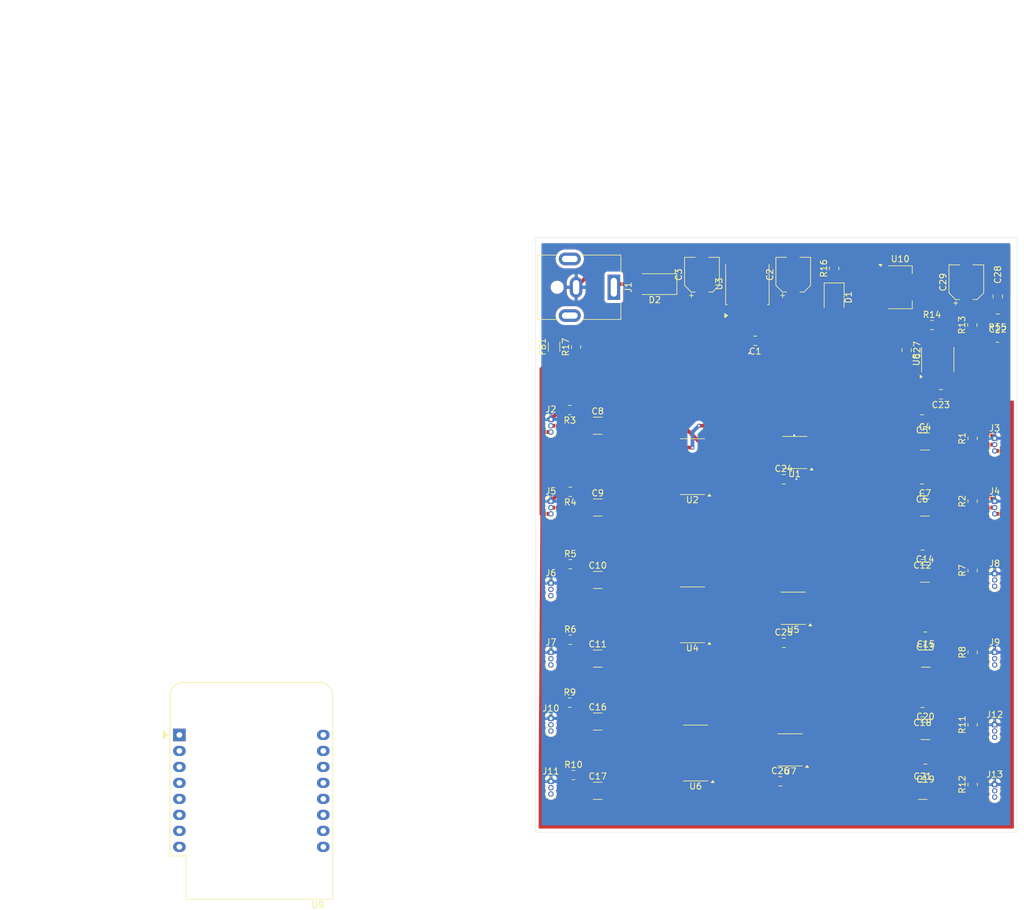
<source format=kicad_pcb>
(kicad_pcb (version 20241229) (generator "pcbnew") (generator_version "9.0")
  (layers (0 "F.Cu" signal) (2 "B.Cu" signal) (13 "F.Paste" user) (15 "B.Paste" user) (5 "F.SilkS" user "F.Silkscreen") (7 "B.SilkS" user "B.Silkscreen") (1 "F.Mask" user) (3 "B.Mask" user) (25 "Edge.Cuts" user))
  (net 0 "")
  (net 2 "VCC")
  (net 5 "GND")
  (net 6 "Net-(D2-A)")
  (net 9 "Net-(D2-K)")
  (net 11 "Net-(J3-Pin_2)")
  (net 12 "Net-(J4-Pin_2)")
  (net 13 "Net-(J2-Pin_2)")
  (net 14 "Net-(J5-Pin_2)")
  (net 15 "Net-(J6-Pin_2)")
  (net 16 "Net-(J7-Pin_2)")
  (net 17 "REF")
  (net 18 "Net-(U1A-+)")
  (net 19 "Net-(U1B-+)")
  (net 20 "Net-(J8-Pin_2)")
  (net 21 "Net-(J9-Pin_2)")
  (net 22 "Net-(J10-Pin_2)")
  (net 23 "Net-(J11-Pin_2)")
  (net 24 "Net-(J12-Pin_2)")
  (net 25 "Net-(J13-Pin_2)")
  (net 26 "Net-(U2-P0A)")
  (net 27 "Net-(U2-P1A)")
  (net 29 "Net-(U4-P0W)")
  (net 30 "Net-(U4-P1W)")
  (net 32 "Net-(U4-P0A)")
  (net 34 "Net-(U4-P1A)")
  (net 40 "Net-(U6-P0A)")
  (net 41 "Net-(U6-P1A)")
  (net 43 "Net-(U6-P1W)")
  (net 45 "Net-(U6-P0W)")
  (net 48 "V5V")
  (net 49 "Net-(U8A-+)")
  (net 50 "Net-(R15-Pad1)")
  (net 52 "Net-(D1-K)")
  (net 58 "SCK")
  (net 65 "Earth")
  (net 66 "Net-(U1A--)")
  (net 67 "Net-(U1B--)")
  (net 68 "Net-(U5A--)")
  (net 69 "Net-(U5B--)")
  (net 70 "Net-(U7A--)")
  (net 71 "Net-(U7B--)")
  (net 74 "SCL")
  (footprint "Capacitor_SMD:C_1210_3225Metric_Pad1.33x2.70mm_HandSolder" (layer "F.Cu") (at 118.9625 90.595)
    (property "Reference" "C8")
    (property "Value" "10u")
  )
  (footprint "Capacitor_SMD:C_0805_2012Metric_Pad1.18x1.45mm_HandSolder" (layer "F.Cu") (at 170.4875 100.595 180)
    (property "Reference" "C6")
    (property "Value" "50p")
  )
  (footprint "Connector_PinHeader_1.00mm:PinHeader_1x03_P1.00mm_Vertical" (layer "F.Cu") (at 182.025 102.595)
    (property "Reference" "J4")
    (property "Value" "Conn_01x03")
  )
  (footprint "Package_SO:SOIC-8_3.9x4.9mm_P1.27mm" (layer "F.Cu") (at 150.025 119.595 180)
    (property "Reference" "U5")
    (property "Value" "OPA1612AxD")
  )
  (footprint "Connector_PinHeader_1.00mm:PinHeader_1x03_P1.00mm_Vertical" (layer "F.Cu") (at 182.025 126.595)
    (property "Reference" "J9")
    (property "Value" "Conn_01x03")
  )
  (footprint "Capacitor_SMD:CP_Elec_5x3.9" (layer "F.Cu") (at 150.025 66.595 90)
    (property "Reference" "C2")
    (property "Value" "100uF")
  )
  (footprint "Package_SO:SOIC-14_3.9x8.7mm_P1.27mm" (layer "F.Cu") (at 134.525 142.595 180)
    (property "Reference" "U6")
    (property "Value" "MCP4251-xxxx-SL")
  )
  (footprint "Package_SO:SOIC-8_3.9x4.9mm_P1.27mm" (layer "F.Cu") (at 150.245 94.845 180)
    (property "Reference" "U1")
    (property "Value" "OPA1612AxD")
  )
  (footprint "Connector_PinHeader_1.00mm:PinHeader_1x03_P1.00mm_Vertical" (layer "F.Cu") (at 111.525 147.095)
    (property "Reference" "J11")
    (property "Value" "Conn_01x03")
  )
  (footprint "Connector_BarrelJack:BarrelJack_CUI_PJ-063AH_Horizontal" (layer "F.Cu") (at 121.525 68.595 -90)
    (property "Reference" "J1")
    (property "Value" "Barrel_Jack")
  )
  (footprint "Resistor_SMD:R_0805_2012Metric" (layer "F.Cu") (at 114.525 88.095 180)
    (property "Reference" "R3")
    (property "Value" "100k")
  )
  (footprint "Capacitor_SMD:C_1210_3225Metric_Pad1.33x2.70mm_HandSolder" (layer "F.Cu") (at 118.9625 115.095)
    (property "Reference" "C10")
    (property "Value" "10u")
  )
  (footprint "Capacitor_SMD:C_1210_3225Metric_Pad1.33x2.70mm_HandSolder" (layer "F.Cu") (at 118.9625 148.595)
    (property "Reference" "C17")
    (property "Value" "10u")
  )
  (footprint "Connector_PinHeader_1.00mm:PinHeader_1x03_P1.00mm_Vertical" (layer "F.Cu") (at 182.025 92.595)
    (property "Reference" "J3")
    (property "Value" "Conn_01x03")
  )
  (footprint "Capacitor_SMD:C_0805_2012Metric_Pad1.18x1.45mm_HandSolder" (layer "F.Cu") (at 143.9875 77.095 180)
    (property "Reference" "C1")
    (property "Value" "100nF")
  )
  (footprint "Capacitor_SMD:C_1210_3225Metric_Pad1.33x2.70mm_HandSolder" (layer "F.Cu") (at 170.9625 103.595)
    (property "Reference" "C7")
    (property "Value" "10u")
  )
  (footprint "RF_Module:WEMOS_D1_mini_light" (layer "F.Cu") (at 52.5 139.72)
    (property "Reference" "U9")
    (property "Value" "WEMOS_D1_mini")
  )
  (footprint "Capacitor_SMD:CP_Elec_5x3.9" (layer "F.Cu") (at 177.525 67.795 90)
    (property "Reference" "C29")
    (property "Value" "100uF")
  )
  (footprint "Resistor_SMD:R_0805_2012Metric" (layer "F.Cu") (at 114.525 134.595)
    (property "Reference" "R9")
    (property "Value" "100k")
  )
  (footprint "Package_SO:SOIC-8_3.9x4.9mm_P1.27mm" (layer "F.Cu") (at 149.525 142.095 180)
    (property "Reference" "U7")
    (property "Value" "OPA1612AxD")
  )
  (footprint "Resistor_SMD:R_0805_2012Metric" (layer "F.Cu") (at 178.525 126.595 90)
    (property "Reference" "R8")
    (property "Value" "100k")
  )
  (footprint "Capacitor_SMD:C_0805_2012Metric" (layer "F.Cu") (at 148.525 99.095)
    (property "Reference" "C24")
    (property "Value" "100nF")
  )
  (footprint "Capacitor_SMD:C_1210_3225Metric_Pad1.33x2.70mm_HandSolder" (layer "F.Cu") (at 170.9625 114.095)
    (property "Reference" "C14")
    (property "Value" "10u")
  )
  (footprint "Connector_PinHeader_1.00mm:PinHeader_1x03_P1.00mm_Vertical" (layer "F.Cu") (at 111.525 126.595)
    (property "Reference" "J7")
    (property "Value" "Conn_01x03")
  )
  (footprint "Package_SO:SOIC-8_3.9x4.9mm_P1.27mm" (layer "F.Cu") (at 172.98125 80.095 90)
    (property "Reference" "U8")
    (property "Value" "OPA1612AxD")
  )
  (footprint "Connector_PinHeader_1.00mm:PinHeader_1x03_P1.00mm_Vertical" (layer "F.Cu") (at 182.025 147.595)
    (property "Reference" "J13")
    (property "Value" "Conn_01x03")
  )
  (footprint "Capacitor_SMD:C_1210_3225Metric_Pad1.33x2.70mm_HandSolder" (layer "F.Cu") (at 118.9625 137.595)
    (property "Reference" "C16")
    (property "Value" "10u")
  )
  (footprint "Capacitor_SMD:C_1210_3225Metric_Pad1.33x2.70mm_HandSolder" (layer "F.Cu") (at 118.9625 127.595)
    (property "Reference" "C11")
    (property "Value" "10u")
  )
  (footprint "Resistor_SMD:R_0805_2012Metric" (layer "F.Cu") (at 178.48125 74.595 90)
    (property "Reference" "R13")
    (property "Value" "100k")
  )
  (footprint "Capacitor_SMD:C_0805_2012Metric" (layer "F.Cu") (at 148.525 125.095)
    (property "Reference" "C25")
    (property "Value" "100nF")
  )
  (footprint "LED_SMD:LED_1210_3225Metric" (layer "F.Cu") (at 156.525 70.195 -90)
    (property "Reference" "D1")
    (property "Value" "LED")
  )
  (footprint "Resistor_SMD:R_0805_2012Metric" (layer "F.Cu") (at 178.525 92.595 90)
    (property "Reference" "R1")
    (property "Value" "100k")
  )
  (footprint "Capacitor_SMD:C_0805_2012Metric_Pad1.18x1.45mm_HandSolder" (layer "F.Cu") (at 170.5625 136.095 180)
    (property "Reference" "C18")
    (property "Value" "50p")
  )
  (footprint "Connector_PinHeader_1.00mm:PinHeader_1x03_P1.00mm_Vertical" (layer "F.Cu") (at 182.025 114.095)
    (property "Reference" "J8")
    (property "Value" "Conn_01x03")
  )
  (footprint "Resistor_SMD:R_0805_2012Metric" (layer "F.Cu") (at 178.525 113.595 90)
    (property "Reference" "R7")
    (property "Value" "100k")
  )
  (footprint "Resistor_SMD:R_0805_2012Metric" (layer "F.Cu") (at 114.6125 101.095 180)
    (property "Reference" "R4")
    (property "Value" "100k")
  )
  (footprint "Package_TO_SOT_SMD:TO-252-3_TabPin2" (layer "F.Cu") (at 142.745 68.055 90)
    (property "Reference" "U3")
    (property "Value" "L7812")
  )
  (footprint "Resistor_SMD:R_0805_2012Metric" (layer "F.Cu") (at 115.525 78.095 90)
    (property "Reference" "R17")
    (property "Value" "10R")
  )
  (footprint "Capacitor_SMD:C_1210_3225Metric_Pad1.33x2.70mm_HandSolder" (layer "F.Cu") (at 171.025 139.095)
    (property "Reference" "C20")
    (property "Value" "10u")
  )
  (footprint "Capacitor_SMD:C_0805_2012Metric_Pad1.18x1.45mm_HandSolder" (layer "F.Cu") (at 173.48125 85.595 180)
    (property "Reference" "C23")
    (property "Value" "50p")
  )
  (footprint "Capacitor_SMD:C_0805_2012Metric" (layer "F.Cu") (at 182.525 70.045 90)
    (property "Reference" "C28")
    (property "Value" "100nF")
  )
  (footprint "Resistor_SMD:R_0805_2012Metric" (layer "F.Cu") (at 114.6125 112.595)
    (property "Reference" "R5")
    (property "Value" "100k")
  )
  (footprint "Capacitor_SMD:C_0805_2012Metric" (layer "F.Cu") (at 168.025 78.595 -90)
    (property "Reference" "C27")
    (property "Value" "100nF")
  )
  (footprint "Resistor_SMD:R_0805_2012Metric" (layer "F.Cu") (at 114.6125 124.595)
    (property "Reference" "R6")
    (property "Value" "100k")
  )
  (footprint "Resistor_SMD:R_0805_2012Metric" (layer "F.Cu") (at 178.525 147.595 90)
    (property "Reference" "R12")
    (property "Value" "100k")
  )
  (footprint "Capacitor_SMD:C_0805_2012Metric_Pad1.18x1.45mm_HandSolder" (layer "F.Cu") (at 170.5625 111.095 180)
    (property "Reference" "C12")
    (property "Value" "50p")
  )
  (footprint "Capacitor_SMD:C_1210_3225Metric_Pad1.33x2.70mm_HandSolder" (layer "F.Cu") (at 118.9625 103.595)
    (property "Reference" "C9")
    (property "Value" "10u")
  )
  (footprint "Package_SO:SOIC-14_3.9x8.7mm_P1.27mm" (layer "F.Cu") (at 134 120.635 180)
    (property "Reference" "U4")
    (property "Value" "MCP4251-xxxx-SL")
  )
  (footprint "Connector_PinHeader_1.00mm:PinHeader_1x03_P1.00mm_Vertical" (layer "F.Cu") (at 111.525 89.595)
    (property "Reference" "J2")
    (property "Value" "Conn_01x03")
  )
  (footprint "Connector_PinHeader_1.00mm:PinHeader_1x03_P1.00mm_Vertical" (layer "F.Cu") (at 111.525 137.095)
    (property "Reference" "J10")
    (property "Value" "Conn_01x03")
  )
  (footprint "Connector_PinHeader_1.00mm:PinHeader_1x03_P1.00mm_Vertical" (layer "F.Cu") (at 111.525 102.595)
    (property "Reference" "J5")
    (property "Value" "Conn_01x03")
  )
  (footprint "Resistor_SMD:R_1206_3216Metric_Pad1.30x1.75mm_HandSolder" (layer "F.Cu") (at 112.025 78.045 90)
    (property "Reference" "FB1")
    (property "Value" "FerriteBead_Small")
  )
  (footprint "Capacitor_SMD:C_1210_3225Metric_Pad1.33x2.70mm_HandSolder" (layer "F.Cu") (at 171.0875 127.595)
    (property "Reference" "C15")
    (property "Value" "10u")
  )
  (footprint "Resistor_SMD:R_0805_2012Metric" (layer "F.Cu") (at 172.06875 74.595)
    (property "Reference" "R14")
    (property "Value" "100k")
  )
  (footprint "Capacitor_SMD:C_0805_2012Metric_Pad1.18x1.45mm_HandSolder" (layer "F.Cu") (at 182.51875 73.595 180)
    (property "Reference" "C22")
    (property "Value" "50p")
  )
  (footprint "Connector_PinHeader_1.00mm:PinHeader_1x03_P1.00mm_Vertical" (layer "F.Cu") (at 111.525 115.595)
    (property "Reference" "J6")
    (property "Value" "Conn_01x03")
  )
  (footprint "Package_SO:SOIC-14_3.9x8.7mm_P1.27mm" (layer "F.Cu") (at 134 97.095 180)
    (property "Reference" "U2")
    (property "Value" "MCP4251-xxxx-SL")
  )
  (footprint "Capacitor_SMD:C_1210_3225Metric_Pad1.33x2.70mm_HandSolder" (layer "F.Cu") (at 170.9625 93.095)
    (property "Reference" "C4")
    (property "Value" "10u")
  )
  (footprint "Capacitor_SMD:C_0805_2012Metric_Pad1.18x1.45mm_HandSolder" (layer "F.Cu") (at 171.025 145.095 180)
    (property "Reference" "C19")
    (property "Value" "50p")
  )
  (footprint "Capacitor_SMD:C_0805_2012Metric_Pad1.18x1.45mm_HandSolder" (layer "F.Cu") (at 170.4875 89.595 180)
    (property "Reference" "C5")
    (property "Value" "50p")
  )
  (footprint "Capacitor_SMD:C_1210_3225Metric_Pad1.33x2.70mm_HandSolder" (layer "F.Cu") (at 170.5875 148.595)
    (property "Reference" "C21")
    (property "Value" "10u")
  )
  (footprint "Capacitor_SMD:C_0805_2012Metric" (layer "F.Cu") (at 147.975 147.095)
    (property "Reference" "C26")
    (property "Value" "100nF")
  )
  (footprint "Capacitor_SMD:C_0805_2012Metric_Pad1.18x1.45mm_HandSolder" (layer "F.Cu") (at 170.9875 124.095 180)
    (property "Reference" "C13")
    (property "Value" "50p")
  )
  (footprint "Resistor_SMD:R_0805_2012Metric" (layer "F.Cu") (at 182.48125 76.595)
    (property "Reference" "R15")
    (property "Value" "100k")
  )
  (footprint "Package_TO_SOT_SMD:SOT-223-3_TabPin2" (layer "F.Cu") (at 167.025 68.595)
    (property "Reference" "U10")
    (property "Value" "LM1117MP-5.0")
  )
  (footprint "Connector_PinHeader_1.00mm:PinHeader_1x03_P1.00mm_Vertical" (layer "F.Cu") (at 182.025 138.095)
    (property "Reference" "J12")
    (property "Value" "Conn_01x03")
  )
  (footprint "Capacitor_SMD:CP_Elec_5x3.9" (layer "F.Cu") (at 135.525 66.595 90)
    (property "Reference" "C3")
    (property "Value" "100uF")
  )
  (footprint "Resistor_SMD:R_0805_2012Metric" (layer "F.Cu") (at 156.525 65.595 90)
    (property "Reference" "R16")
    (property "Value" "560R")
  )
  (footprint "Resistor_SMD:R_0805_2012Metric" (layer "F.Cu") (at 178.525 138.095 90)
    (property "Reference" "R11")
    (property "Value" "100k")
  )
  (footprint "Resistor_SMD:R_0805_2012Metric" (layer "F.Cu") (at 115.1125 146.095)
    (property "Reference" "R10")
    (property "Value" "100k")
  )
  (footprint "Resistor_SMD:R_0805_2012Metric" (layer "F.Cu") (at 178.525 102.595 90)
    (property "Reference" "R2")
    (property "Value" "100k")
  )
  (footprint "Diode_SMD:D_SMA" (layer "F.Cu") (at 128.025 68.095 180)
    (property "Reference" "D2")
    (property "Value" "SS18")
  )
  (gr_rect (start 109.08 60.705) (end 185.58 155.205) (stroke (width 0.05)) (fill no) (layer "Edge.Cuts"))
  (segment (start 146.575 99.045) (end 146.525 99.095) (width 0.6) (layer "F.Cu") (net 2))
  (segment (start 145.025 73.095) (end 148.525 73.095) (width 0.6) (layer "F.Cu") (net 2))
  (segment (start 160.525 71.595) (end 156.525 71.595) (width 0.6) (layer "F.Cu") (net 2))
  (segment (start 150.025 68.795) (end 152.825 71.595) (width 0.6) (layer "F.Cu") (net 2))
  (segment (start 164.525 72.095) (end 164.525 71.545) (width 0.6) (layer "F.Cu") (net 2))
  (segment (start 146.525 97.995) (end 146.525 98.095) (width 0.6) (layer "F.Cu") (net 2))
  (segment (start 150.025 71.595) (end 150.025 68.795) (width 0.6) (layer "F.Cu") (net 2))
  (segment (start 146.525 99.095) (end 147.575 99.095) (width 0.6) (layer "F.Cu") (net 2))
  (segment (start 146.525 98.095) (end 146.575 98.145) (width 0.6) (layer "F.Cu") (net 2))
  (segment (start 171.15625 77.54) (end 171.07625 77.62) (width 0.6) (layer "F.Cu") (net 2))
  (segment (start 168.025 77.645) (end 166.025 75.645) (width 0.6) (layer "F.Cu") (net 2))
  (segment (start 168.55125 75.095) (end 171.07625 77.62) (width 0.6) (layer "F.Cu") (net 2))
  (segment (start 166.025 75.645) (end 166.025 75.095) (width 0.6) (layer "F.Cu") (net 2))
  (segment (start 148.525 73.095) (end 150.025 71.595) (width 0.6) (layer "F.Cu") (net 2))
  (segment (start 146.575 98.145) (end 146.575 99.045) (width 0.6) (layer "F.Cu") (net 2))
  (segment (start 164.525 73.595) (end 164.525 72.095) (width 0.6) (layer "F.Cu") (net 2))
  (segment (start 163.875 70.895) (end 161.225 70.895) (width 0.6) (layer "F.Cu") (net 2))
  (segment (start 171.15625 74.595) (end 171.15625 77.54) (width 0.6) (layer "F.Cu") (net 2))
  (segment (start 152.825 71.595) (end 156.525 71.595) (width 0.6) (layer "F.Cu") (net 2))
  (segment (start 161.225 70.895) (end 160.525 71.595) (width 0.6) (layer "F.Cu") (net 2))
  (segment (start 166.025 75.095) (end 164.525 73.595) (width 0.6) (layer "F.Cu") (net 2))
  (segment (start 166.025 75.095) (end 168.55125 75.095) (width 0.6) (layer "F.Cu") (net 2))
  (segment (start 164.525 71.545) (end 163.875 70.895) (width 0.6) (layer "F.Cu") (net 2))
  (segment (start 147.77 96.75) (end 146.525 97.995) (width 0.6) (layer "F.Cu") (net 2))
  (segment (start 167.525 64.095) (end 167.025 63.595) (width 0.6) (layer "F.Cu") (net 5))
  (segment (start 171.525 100.595) (end 177.4375 100.595) (width 0.6) (layer "F.Cu") (net 5))
  (segment (start 152.72 92.94) (end 151.875 92.095) (width 0.6) (layer "F.Cu") (net 5))
  (segment (start 173.886249 80.595) (end 174.88625 81.595001) (width 0.6) (layer "F.Cu") (net 5))
  (segment (start 184.025 69.595) (end 183.525 69.095) (width 0.6) (layer "F.Cu") (net 5))
  (segment (start 178.48125 73.6825) (end 177.1125 73.6825) (width 0.6) (layer "F.Cu") (net 5))
  (segment (start 160.9375 64.6825) (end 162.55 66.295) (width 0.6) (layer "F.Cu") (net 5))
  (segment (start 177.1125 73.6825) (end 175.025 71.595) (width 0.6) (layer "F.Cu") (net 5))
  (segment (start 174.51875 85.595) (end 174.51875 85.0575) (width 0.6) (layer "F.Cu") (net 5))
  (segment (start 120.525 63.595) (end 134.725 63.595) (width 0.6) (layer "F.Cu") (net 5))
  (segment (start 175.525 63.595) (end 167.025 63.595) (width 0.6) (layer "F.Cu") (net 5))
  (segment (start 178.6125 91.595) (end 178.525 91.6825) (width 0.6) (layer "F.Cu") (net 5))
  (segment (start 135.525 64.395) (end 140.345 64.395) (width 0.6) (layer "F.Cu") (net 5))
  (segment (start 134.725 63.595) (end 135.525 64.395) (width 0.6) (layer "F.Cu") (net 5))
  (segment (start 178.525 91.095) (end 177.025 89.595) (width 0.6) (layer "F.Cu") (net 5))
  (segment (start 183.39375 76.595) (end 183.39375 73.095) (width 0.6) (layer "F.Cu") (net 5))
  (segment (start 183.55625 73.595) (end 184.025 73.12625) (width 0.6) (layer "F.Cu") (net 5))
  (segment (start 115.525 68.595) (end 120.525 63.595) (width 0.6) (layer "F.Cu") (net 5))
  (segment (start 156.2375 64.395) (end 156.525 64.6825) (width 0.2) (layer "F.Cu") (net 5))
  (segment (start 182.025 92.595) (end 181.025 91.595) (width 0.6) (layer "F.Cu") (net 5))
  (segment (start 150.025 64.395) (end 156.2375 64.395) (width 0.6) (layer "F.Cu") (net 5))
  (segment (start 113.6125 88.095) (end 113.025 88.095) (width 0.6) (layer "F.Cu") (net 5))
  (segment (start 170.475 79.545) (end 171.525 80.595) (width 0.6) (layer "F.Cu") (net 5))
  (segment (start 156.525 64.6825) (end 160.9375 64.6825) (width 0.6) (layer "F.Cu") (net 5))
  (segment (start 182.525 69.095) (end 181.525 68.095) (width 0.6) (layer "F.Cu") (net 5))
  (segment (start 113.025 88.095) (end 111.525 89.595) (width 0.6) (layer "F.Cu") (net 5))
  (segment (start 167.525 70.095) (end 167.525 64.095) (width 0.6) (layer "F.Cu") (net 5))
  (segment (start 182.025 102.595) (end 181.025 101.595) (width 0.6) (layer "F.Cu") (net 5))
  (segment (start 179.4375 101.6825) (end 178.525 101.6825) (width 0.6) (layer "F.Cu") (net 5))
  (segment (start 177.525 65.595) (end 175.525 63.595) (width 0.6) (layer "F.Cu") (net 5))
  (segment (start 162.55 66.295) (end 163.875 66.295) (width 0.6) (layer "F.Cu") (net 5))
  (segment (start 183.55625 73.595) (end 183.55625 73.2575) (width 0.6) (layer "F.Cu") (net 5))
  (segment (start 174.88625 81.595001) (end 174.88625 82.57) (width 0.6) (layer "F.Cu") (net 5))
  (segment (start 183.39375 78.1825) (end 183.39375 76.595) (width 0.6) (layer "F.Cu") (net 5))
  (segment (start 181.525 68.095) (end 181.525 66.595) (width 0.6) (layer "F.Cu") (net 5))
  (segment (start 175.025 71.595) (end 169.025 71.595) (width 0.6) (layer "F.Cu") (net 5))
  (segment (start 142.95 77.095) (end 142.95 79.02) (width 0.6) (layer "F.Cu") (net 5))
  (segment (start 177.025 89.595) (end 171.525 89.595) (width 0.6) (layer "F.Cu") (net 5))
  (segment (start 142.745 73.095) (end 142.745 66.795) (width 0.6) (layer "F.Cu") (net 5))
  (segment (start 140.345 64.395) (end 142.745 66.795) (width 0.2) (layer "F.Cu") (net 5))
  (segment (start 183.525 69.095) (end 182.525 69.095) (width 0.6) (layer "F.Cu") (net 5))
  (segment (start 178.48125 73.6825) (end 178.48125 73.595) (width 0.6) (layer "F.Cu") (net 5))
  (segment (start 142.745 73.095) (end 142.745 76.89) (width 0.6) (layer "F.Cu") (net 5))
  (segment (start 181.025 101.595) (end 179.525 101.595) (width 0.6) (layer "F.Cu") (net 5))
  (segment (start 181.525 66.595) (end 180.525 65.595) (width 0.6) (layer "F.Cu") (net 5))
  (segment (start 184.025 73.12625) (end 184.025 69.595) (width 0.6) (layer "F.Cu") (net 5))
  (segment (start 142.95 79.02) (end 143.025 79.095) (width 0.2) (layer "F.Cu") (net 5))
  (segment (start 113.7 101.095) (end 113.025 101.095) (width 0.6) (layer "F.Cu") (net 5))
  (segment (start 171.525 80.595) (end 173.886249 80.595) (width 0.6) (layer "F.Cu") (net 5))
  (segment (start 174.88625 82.57) (end 176.36125 81.095) (width 0.6) (layer "F.Cu") (net 5))
  (segment (start 174.51875 85.0575) (end 174.88625 84.69) (width 0.6) (layer "F.Cu") (net 5))
  (segment (start 179.525 101.595) (end 179.4375 101.6825) (width 0.6) (layer "F.Cu") (net 5))
  (segment (start 150.825 63.595) (end 150.025 64.395) (width 0.2) (layer "F.Cu") (net 5))
  (segment (start 177.4375 100.595) (end 178.525 101.6825) (width 0.6) (layer "F.Cu") (net 5))
  (segment (start 176.36125 81.095) (end 180.48125 81.095) (width 0.6) (layer "F.Cu") (net 5))
  (segment (start 178.525 91.6825) (end 178.525 91.095) (width 0.6) (layer "F.Cu") (net 5))
  (segment (start 181.025 91.595) (end 178.6125 91.595) (width 0.6) (layer "F.Cu") (net 5))
  (segment (start 168.025 79.545) (end 170.475 79.545) (width 0.6) (layer "F.Cu") (net 5))
  (segment (start 180.48125 81.095) (end 183.39375 78.1825) (width 0.6) (layer "F.Cu") (net 5))
  (segment (start 169.025 71.595) (end 167.525 70.095) (width 0.6) (layer "F.Cu") (net 5))
  (segment (start 151.875 92.095) (end 150.175 92.095) (width 0.6) (layer "F.Cu") (net 5))
  (segment (start 183.55625 73.2575) (end 183.39375 73.095) (width 0.6) (layer "F.Cu") (net 5))
  (segment (start 149.475 99.095) (end 150.525 99.095) (width 0.6) (layer "F.Cu") (net 5))
  (segment (start 113.025 101.095) (end 111.525 102.595) (width 0.6) (layer "F.Cu") (net 5))
  (segment (start 180.525 65.595) (end 177.525 65.595) (width 0.6) (layer "F.Cu") (net 5))
  (segment (start 167.025 63.595) (end 150.825 63.595) (width 0.6) (layer "F.Cu") (net 5))
  (segment (start 142.745 76.89) (end 142.95 77.095) (width 0.2) (layer "F.Cu") (net 5))
  (segment (start 174.88625 84.69) (end 174.88625 82.57) (width 0.6) (layer "F.Cu") (net 5))
  (via (at 150.175 92.095) (size 0.6) (drill 0.3) (layers "F.Cu" "B.Cu") (net 5))
  (via (at 143.025 79.095) (size 0.6) (drill 0.3) (layers "F.Cu" "B.Cu") (net 5))
  (via (at 150.525 99.095) (size 0.6) (drill 0.3) (layers "F.Cu" "B.Cu") (net 5))
  (segment (start 147.025 90.595) (end 143.025 86.595) (width 0.6) (layer "B.Cu") (net 5))
  (segment (start 148.675 90.595) (end 150.175 92.095) (width 0.6) (layer "B.Cu") (net 5))
  (segment (start 150.525 99.095) (end 150.525 92.445) (width 0.6) (layer "B.Cu") (net 5))
  (segment (start 150.525 92.445) (end 150.175 92.095) (width 0.6) (layer "B.Cu") (net 5))
  (segment (start 148.675 90.595) (end 147.025 90.595) (width 0.6) (layer "B.Cu") (net 5))
  (segment (start 143.025 79.095) (end 143.025 86.595) (width 0.6) (layer "B.Cu") (net 5))
  (segment (start 126.025 68.095) (end 122.025 68.095) (width 0.6) (layer "F.Cu") (net 6))
  (segment (start 122.025 68.095) (end 121.525 68.595) (width 0.2) (layer "F.Cu") (net 6))
  (segment (start 139.465 72.095) (end 140.465 73.095) (width 0.6) (layer "F.Cu") (net 9))
  (segment (start 135.525 71.095) (end 136.525 72.095) (width 0.6) (layer "F.Cu") (net 9))
  (segment (start 136.525 72.095) (end 139.465 72.095) (width 0.6) (layer "F.Cu") (net 9))
  (segment (start 130.025 68.095) (end 134.825 68.095) (width 0.6) (layer "F.Cu") (net 9))
  (segment (start 134.825 68.095) (end 135.525 68.795) (width 0.2) (layer "F.Cu") (net 9))
  (segment (start 135.525 68.795) (end 135.525 71.095) (width 0.6) (layer "F.Cu") (net 9))
  (segment (start 178.6125 93.595) (end 182.025 93.595) (width 0.6) (layer "F.Cu") (net 11))
  (segment (start 172.9375 93.5075) (end 172.525 93.095) (width 0.6) (layer "F.Cu") (net 11))
  (segment (start 178.525 93.5075) (end 178.6125 93.595) (width 0.6) (layer "F.Cu") (net 11))
  (segment (start 178.525 93.5075) (end 172.9375 93.5075) (width 0.6) (layer "F.Cu") (net 11))
  (segment (start 178.525 103.5075) (end 178.6125 103.595) (width 0.6) (layer "F.Cu") (net 12))
  (segment (start 178.525 103.5075) (end 172.6125 103.5075) (width 0.6) (layer "F.Cu") (net 12))
  (segment (start 178.6125 103.595) (end 182.025 103.595) (width 0.6) (layer "F.Cu") (net 12))
  (segment (start 172.6125 103.5075) (end 172.525 103.595) (width 0.6) (layer "F.Cu") (net 12))
  (segment (start 111.525 90.595) (end 117.4 90.595) (width 0.6) (layer "F.Cu") (net 13))
  (segment (start 117.4 90.595) (end 117.4 90.0575) (width 0.6) (layer "F.Cu") (net 13))
  (segment (start 117.4 90.0575) (end 115.4375 88.095) (width 0.6) (layer "F.Cu") (net 13))
  (segment (start 115.525 101.72) (end 117.4 103.595) (width 0.6) (layer "F.Cu") (net 14))
  (segment (start 115.525 101.095) (end 115.525 101.72) (width 0.6) (layer "F.Cu") (net 14))
  (segment (start 117.4 103.595) (end 111.525 103.595) (width 0.6) (layer "F.Cu") (net 14))
  (segment (start 171.07625 84.2275) (end 171.07625 82.57) (width 0.6) (layer "F.Cu") (net 17))
  (segment (start 171.07625 82.57) (end 172.34625 82.57) (width 0.6) (layer "F.Cu") (net 17))
  (segment (start 172.44375 85.595) (end 171.07625 84.2275) (width 0.6) (layer "F.Cu") (net 17))
  (segment (start 153.34981 94.21) (end 152.72 94.21) (width 0.6) (layer "F.Cu") (net 18))
  (segment (start 133.983999 94.053999) (end 133.001 94.053999) (width 0.6) (layer "F.Cu") (net 18))
  (segment (start 154.196 93.36381) (end 153.34981 94.21) (width 0.6) (layer "F.Cu") (net 18))
  (segment (start 152.675 90.595) (end 154.196 92.116) (width 0.6) (layer "F.Cu") (net 18))
  (segment (start 154.196 92.116) (end 154.196 93.36381) (width 0.6) (layer "F.Cu") (net 18))
  (segment (start 134.025 94.095) (end 133.983999 94.053999) (width 0.6) (layer "F.Cu") (net 18))
  (segment (start 132.499999 94.555) (end 131.525 94.555) (width 0.6) (layer "F.Cu") (net 18))
  (segment (start 133.001 94.053999) (end 132.499999 94.555) (width 0.6) (layer "F.Cu") (net 18))
  (segment (start 135.025 90.595) (end 152.675 90.595) (width 0.6) (layer "F.Cu") (net 18))
  (via (at 135.025 90.595) (size 0.6) (drill 0.3) (layers "F.Cu" "B.Cu") (net 18))
  (via (at 134.025 94.095) (size 0.6) (drill 0.3) (layers "F.Cu" "B.Cu") (net 18))
  (segment (start 134.025 91.595) (end 135.025 90.595) (width 0.6) (layer "B.Cu") (net 18))
  (segment (start 134.025 94.095) (end 134.025 91.595) (width 0.6) (layer "B.Cu") (net 18))
  (segment (start 144.505095 94.575095) (end 144.485 94.555) (width 0.6) (layer "F.Cu") (net 19))
  (segment (start 146.14019 92.94) (end 147.77 92.94) (width 0.6) (layer "F.Cu") (net 19))
  (segment (start 144.485 94.555) (end 136.475 94.555) (width 0.6) (layer "F.Cu") (net 19))
  (segment (start 144.505095 94.575095) (end 146.14019 92.94) (width 0.6) (layer "F.Cu") (net 19))
  (segment (start 130.550001 93.285) (end 131.525 93.285) (width 0.6) (layer "F.Cu") (net 26))
  (segment (start 124.025 103.595) (end 126.025 101.595) (width 0.6) (layer "F.Cu") (net 26))
  (segment (start 126.025 101.595) (end 126.025 97.810001) (width 0.6) (layer "F.Cu") (net 26))
  (segment (start 120.525 103.595) (end 124.025 103.595) (width 0.6) (layer "F.Cu") (net 26))
  (segment (start 126.025 97.810001) (end 130.550001 93.285) (width 0.6) (layer "F.Cu") (net 26))
  (segment (start 120.525 90.595) (end 132.525 90.595) (width 0.6) (layer "F.Cu") (net 27))
  (segment (start 132.525 90.595) (end 135.215 93.285) (width 0.6) (layer "F.Cu") (net 27))
  (segment (start 135.215 93.285) (end 136.475 93.285) (width 0.6) (layer "F.Cu") (net 27))
  (segment (start 171.575 69.995) (end 177.525 69.995) (width 0.6) (layer "F.Cu") (net 48))
  (segment (start 178.525 70.995) (end 177.525 69.995) (width 0.6) (layer "F.Cu") (net 48))
  (segment (start 182.525 70.995) (end 178.525 70.995) (width 0.6) (layer "F.Cu") (net 48))
  (segment (start 170.175 68.595) (end 171.575 69.995) (width 0.6) (layer "F.Cu") (net 48))
  (segment (start 173.61625 81.73) (end 173.61625 82.57) (width 0.6) (layer "F.Cu") (net 49))
  (segment (start 178.48125 75.5075) (end 179.56875 75.5075) (width 0.6) (layer "F.Cu") (net 49))
  (segment (start 172.98125 74.595) (end 175.98125 74.595) (width 0.6) (layer "F.Cu") (net 49))
  (segment (start 179.56875 75.5075) (end 181.48125 73.595) (width 0.6) (layer "F.Cu") (net 49))
  (segment (start 175.98125 74.595) (end 176.89375 75.5075) (width 0.6) (layer "F.Cu") (net 49))
  (segment (start 176.89375 75.5075) (end 178.48125 75.5075) (width 0.6) (layer "F.Cu") (net 49))
  (segment (start 172.34625 77.62) (end 172.34625 78.96) (width 0.6) (layer "F.Cu") (net 50))
  (segment (start 172.98125 79.595) (end 178.56875 79.595) (width 0.6) (layer "F.Cu") (net 50))
  (segment (start 178.56875 79.595) (end 181.56875 76.595) (width 0.6) (layer "F.Cu") (net 50))
  (segment (start 172.34625 78.96) (end 172.98125 79.595) (width 0.6) (layer "F.Cu") (net 50))
  (segment (start 156.525 66.5075) (end 156.525 68.795) (width 0.6) (layer "F.Cu") (net 52))
  (segment (start 184.525 94.595) (end 184.525 104.095) (width 0.6) (layer "F.Cu") (net 65))
  (segment (start 110.025 91.595) (end 110.025 81.595) (width 0.6) (layer "F.Cu") (net 65))
  (segment (start 110.025 91.095) (end 110.025 91.595) (width 0.6) (layer "F.Cu") (net 65))
  (segment (start 182.025 104.595) (end 184.025 104.595) (width 0.6) (layer "F.Cu") (net 65))
  (segment (start 111.525 104.595) (end 110.025 104.595) (width 0.6) (layer "F.Cu") (net 65))
  (segment (start 110.025 91.595) (end 111.525 91.595) (width 0.6) (layer "F.Cu") (net 65))
  (segment (start 182.025 94.595) (end 184.525 94.595) (width 0.6) (layer "F.Cu") (net 65))
  (segment (start 184.025 104.595) (end 184.525 104.095) (width 0.6) (layer "F.Cu") (net 65))
  (segment (start 110.025 104.595) (end 110.025 91.095) (width 0.6) (layer "F.Cu") (net 65))
  (segment (start 110.025 81.595) (end 112.025 79.595) (width 0.6) (layer "F.Cu") (net 65))
  (segment (start 152.72 96.75) (end 165.745 96.75) (width 0.6) (layer "F.Cu") (net 66))
  (segment (start 169.4 93.095) (end 169.4 89.645) (width 0.6) (layer "F.Cu") (net 66))
  (segment (start 165.745 96.75) (end 169.4 93.095) (width 0.6) (layer "F.Cu") (net 66))
  (segment (start 169.4 89.645) (end 169.45 89.595) (width 0.6) (layer "F.Cu") (net 66))
  (segment (start 145.175 97.095) (end 146.79 95.48) (width 0.6) (layer "F.Cu") (net 67))
  (segment (start 169.4 103.595) (end 169.4 100.645) (width 0.6) (layer "F.Cu") (net 67))
  (segment (start 147.77 94.21) (end 146.56 94.21) (width 0.6) (layer "F.Cu") (net 67))
  (segment (start 146.79 95.48) (end 147.77 95.48) (width 0.6) (layer "F.Cu") (net 67))
  (segment (start 169.4 103.595) (end 167.9 102.095) (width 0.6) (layer "F.Cu") (net 67))
  (segment (start 147.025 102.095) (end 145.175 100.245) (width 0.6) (layer "F.Cu") (net 67))
  (segment (start 167.9 102.095) (end 147.025 102.095) (width 0.6) (layer "F.Cu") (net 67))
  (segment (start 146.56 94.21) (end 145.175 95.595) (width 0.6) (layer "F.Cu") (net 67))
  (segment (start 145.175 100.245) (end 145.175 97.095) (width 0.6) (layer "F.Cu") (net 67))
  (segment (start 145.175 95.595) (end 145.175 97.095) (width 0.6) (layer "F.Cu") (net 67))
  (segment (start 169.4 100.645) (end 169.45 100.595) (width 0.6) (layer "F.Cu") (net 67))
  (zone (net 5) (net_name "GND") (layer "F.Cu") (connect_pads (clearance 0.5)) (min_thickness 0.25) (fill yes (thermal_gap 0.5) (thermal_bridge_width 0.5))
    (polygon (pts (xy 110.025 62.095) (xy 184.525 62.095) (xy 184.525 70.095) (xy 124.525 70.095) (xy 118.525 74.595) (xy 110.025 74.595)))
  )
  (zone (net 65) (net_name "Earth") (layer "F.Cu") (priority 4) (connect_pads (clearance 0.5)) (min_thickness 0.25) (fill yes (thermal_gap 0.5) (thermal_bridge_width 0.5))
    (polygon (pts (xy 110.025 78.595) (xy 110.025329 78.545002) (xy 117.025 78.595) (xy 117.025 81.595) (xy 110.525 89.095) (xy 110.525 152.595) (xy 183.525 152.595) (xy 183.525 86.595) (xy 185.525 86.595) (xy 185.525 154.595) (xy 109.525 154.595)))
  )
  (zone (net 2) (net_name "VCC") (layer "F.Cu") (priority 1) (connect_pads (clearance 0.5)) (min_thickness 0.25) (fill yes (thermal_gap 0.5) (thermal_bridge_width 0.5))
    (polygon (pts (xy 144.025 74.595) (xy 144.025 71.095) (xy 147.025 71.095) (xy 147.025 66.595) (xy 153.025 66.595) (xy 153.025 69.595) (xy 154.025 70.595) (xy 165.525 70.595) (xy 165.525 78.095) (xy 144.025 78.095)))
  )
  (zone (net 48) (net_name "V5V") (layer "F.Cu") (priority 2) (connect_pads (clearance 0.5)) (min_thickness 0.25) (fill yes (thermal_gap 0.5) (thermal_bridge_width 0.5))
    (polygon (pts (xy 169.025 73.095) (xy 169.025 66.595) (xy 172.65 66.595) (xy 174.525 68.595) (xy 174.551211 68.598495) (xy 178.723691 68.598495) (xy 180.025 70.095) (xy 184.525 70.095) (xy 184.525 73.095)))
  )
  (zone (net 5) (net_name "GND") (layer "B.Cu") (priority 3) (connect_pads (clearance 0.5)) (min_thickness 0.25) (fill yes (thermal_gap 0.5) (thermal_bridge_width 0.5))
    (polygon (pts (xy 110.025 61.595) (xy 184.525 61.595) (xy 184.525 154.095) (xy 110.025 154.095)))
  )
)
</source>
